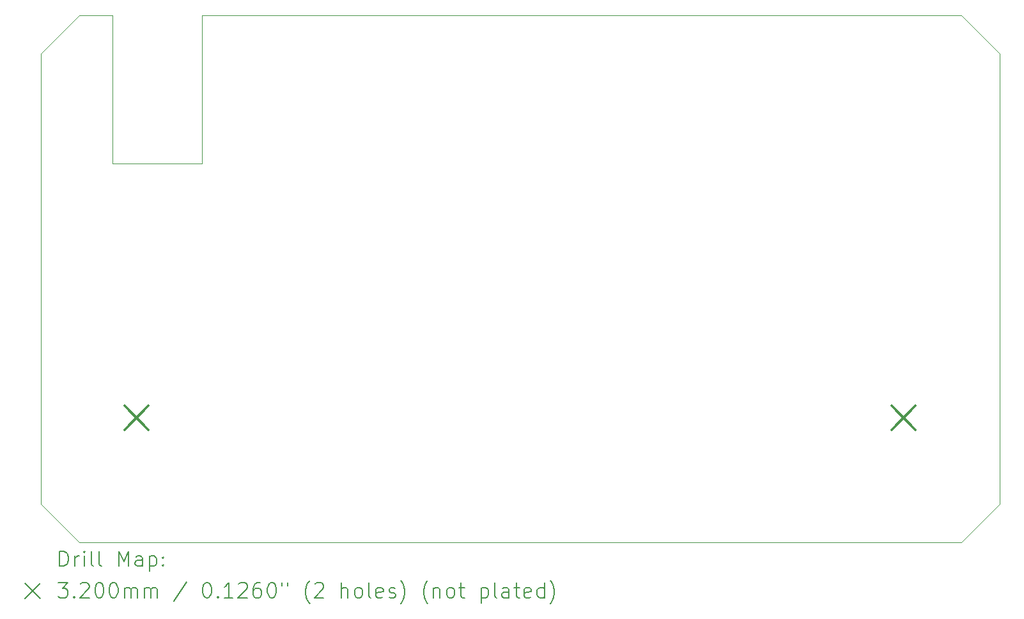
<source format=gbr>
%TF.GenerationSoftware,KiCad,Pcbnew,(6.0.9)*%
%TF.CreationDate,2022-12-06T16:11:31-05:00*%
%TF.ProjectId,rf_controller_hw,72665f63-6f6e-4747-926f-6c6c65725f68,rev?*%
%TF.SameCoordinates,Original*%
%TF.FileFunction,Drillmap*%
%TF.FilePolarity,Positive*%
%FSLAX45Y45*%
G04 Gerber Fmt 4.5, Leading zero omitted, Abs format (unit mm)*
G04 Created by KiCad (PCBNEW (6.0.9)) date 2022-12-06 16:11:31*
%MOMM*%
%LPD*%
G01*
G04 APERTURE LIST*
%ADD10C,0.100000*%
%ADD11C,0.200000*%
%ADD12C,0.320000*%
G04 APERTURE END LIST*
D10*
X9842500Y-6540500D02*
X11023600Y-6540500D01*
X11023600Y-4572000D01*
X21082000Y-4572000D01*
X21590000Y-5080000D01*
X21590000Y-11049000D01*
X21082000Y-11557000D01*
X9398000Y-11557000D01*
X8890000Y-11049000D01*
X8890000Y-5080000D01*
X9398000Y-4572000D01*
X9842500Y-4572000D01*
X9842500Y-6540500D01*
D11*
D12*
X10000000Y-9746000D02*
X10320000Y-10066000D01*
X10320000Y-9746000D02*
X10000000Y-10066000D01*
X20160000Y-9746000D02*
X20480000Y-10066000D01*
X20480000Y-9746000D02*
X20160000Y-10066000D01*
D11*
X9142619Y-11872476D02*
X9142619Y-11672476D01*
X9190238Y-11672476D01*
X9218810Y-11682000D01*
X9237857Y-11701048D01*
X9247381Y-11720095D01*
X9256905Y-11758190D01*
X9256905Y-11786762D01*
X9247381Y-11824857D01*
X9237857Y-11843905D01*
X9218810Y-11862952D01*
X9190238Y-11872476D01*
X9142619Y-11872476D01*
X9342619Y-11872476D02*
X9342619Y-11739143D01*
X9342619Y-11777238D02*
X9352143Y-11758190D01*
X9361667Y-11748667D01*
X9380714Y-11739143D01*
X9399762Y-11739143D01*
X9466429Y-11872476D02*
X9466429Y-11739143D01*
X9466429Y-11672476D02*
X9456905Y-11682000D01*
X9466429Y-11691524D01*
X9475952Y-11682000D01*
X9466429Y-11672476D01*
X9466429Y-11691524D01*
X9590238Y-11872476D02*
X9571190Y-11862952D01*
X9561667Y-11843905D01*
X9561667Y-11672476D01*
X9695000Y-11872476D02*
X9675952Y-11862952D01*
X9666429Y-11843905D01*
X9666429Y-11672476D01*
X9923571Y-11872476D02*
X9923571Y-11672476D01*
X9990238Y-11815333D01*
X10056905Y-11672476D01*
X10056905Y-11872476D01*
X10237857Y-11872476D02*
X10237857Y-11767714D01*
X10228333Y-11748667D01*
X10209286Y-11739143D01*
X10171190Y-11739143D01*
X10152143Y-11748667D01*
X10237857Y-11862952D02*
X10218810Y-11872476D01*
X10171190Y-11872476D01*
X10152143Y-11862952D01*
X10142619Y-11843905D01*
X10142619Y-11824857D01*
X10152143Y-11805809D01*
X10171190Y-11796286D01*
X10218810Y-11796286D01*
X10237857Y-11786762D01*
X10333095Y-11739143D02*
X10333095Y-11939143D01*
X10333095Y-11748667D02*
X10352143Y-11739143D01*
X10390238Y-11739143D01*
X10409286Y-11748667D01*
X10418810Y-11758190D01*
X10428333Y-11777238D01*
X10428333Y-11834381D01*
X10418810Y-11853428D01*
X10409286Y-11862952D01*
X10390238Y-11872476D01*
X10352143Y-11872476D01*
X10333095Y-11862952D01*
X10514048Y-11853428D02*
X10523571Y-11862952D01*
X10514048Y-11872476D01*
X10504524Y-11862952D01*
X10514048Y-11853428D01*
X10514048Y-11872476D01*
X10514048Y-11748667D02*
X10523571Y-11758190D01*
X10514048Y-11767714D01*
X10504524Y-11758190D01*
X10514048Y-11748667D01*
X10514048Y-11767714D01*
X8685000Y-12102000D02*
X8885000Y-12302000D01*
X8885000Y-12102000D02*
X8685000Y-12302000D01*
X9123571Y-12092476D02*
X9247381Y-12092476D01*
X9180714Y-12168667D01*
X9209286Y-12168667D01*
X9228333Y-12178190D01*
X9237857Y-12187714D01*
X9247381Y-12206762D01*
X9247381Y-12254381D01*
X9237857Y-12273428D01*
X9228333Y-12282952D01*
X9209286Y-12292476D01*
X9152143Y-12292476D01*
X9133095Y-12282952D01*
X9123571Y-12273428D01*
X9333095Y-12273428D02*
X9342619Y-12282952D01*
X9333095Y-12292476D01*
X9323571Y-12282952D01*
X9333095Y-12273428D01*
X9333095Y-12292476D01*
X9418810Y-12111524D02*
X9428333Y-12102000D01*
X9447381Y-12092476D01*
X9495000Y-12092476D01*
X9514048Y-12102000D01*
X9523571Y-12111524D01*
X9533095Y-12130571D01*
X9533095Y-12149619D01*
X9523571Y-12178190D01*
X9409286Y-12292476D01*
X9533095Y-12292476D01*
X9656905Y-12092476D02*
X9675952Y-12092476D01*
X9695000Y-12102000D01*
X9704524Y-12111524D01*
X9714048Y-12130571D01*
X9723571Y-12168667D01*
X9723571Y-12216286D01*
X9714048Y-12254381D01*
X9704524Y-12273428D01*
X9695000Y-12282952D01*
X9675952Y-12292476D01*
X9656905Y-12292476D01*
X9637857Y-12282952D01*
X9628333Y-12273428D01*
X9618810Y-12254381D01*
X9609286Y-12216286D01*
X9609286Y-12168667D01*
X9618810Y-12130571D01*
X9628333Y-12111524D01*
X9637857Y-12102000D01*
X9656905Y-12092476D01*
X9847381Y-12092476D02*
X9866429Y-12092476D01*
X9885476Y-12102000D01*
X9895000Y-12111524D01*
X9904524Y-12130571D01*
X9914048Y-12168667D01*
X9914048Y-12216286D01*
X9904524Y-12254381D01*
X9895000Y-12273428D01*
X9885476Y-12282952D01*
X9866429Y-12292476D01*
X9847381Y-12292476D01*
X9828333Y-12282952D01*
X9818810Y-12273428D01*
X9809286Y-12254381D01*
X9799762Y-12216286D01*
X9799762Y-12168667D01*
X9809286Y-12130571D01*
X9818810Y-12111524D01*
X9828333Y-12102000D01*
X9847381Y-12092476D01*
X9999762Y-12292476D02*
X9999762Y-12159143D01*
X9999762Y-12178190D02*
X10009286Y-12168667D01*
X10028333Y-12159143D01*
X10056905Y-12159143D01*
X10075952Y-12168667D01*
X10085476Y-12187714D01*
X10085476Y-12292476D01*
X10085476Y-12187714D02*
X10095000Y-12168667D01*
X10114048Y-12159143D01*
X10142619Y-12159143D01*
X10161667Y-12168667D01*
X10171190Y-12187714D01*
X10171190Y-12292476D01*
X10266429Y-12292476D02*
X10266429Y-12159143D01*
X10266429Y-12178190D02*
X10275952Y-12168667D01*
X10295000Y-12159143D01*
X10323571Y-12159143D01*
X10342619Y-12168667D01*
X10352143Y-12187714D01*
X10352143Y-12292476D01*
X10352143Y-12187714D02*
X10361667Y-12168667D01*
X10380714Y-12159143D01*
X10409286Y-12159143D01*
X10428333Y-12168667D01*
X10437857Y-12187714D01*
X10437857Y-12292476D01*
X10828333Y-12082952D02*
X10656905Y-12340095D01*
X11085476Y-12092476D02*
X11104524Y-12092476D01*
X11123571Y-12102000D01*
X11133095Y-12111524D01*
X11142619Y-12130571D01*
X11152143Y-12168667D01*
X11152143Y-12216286D01*
X11142619Y-12254381D01*
X11133095Y-12273428D01*
X11123571Y-12282952D01*
X11104524Y-12292476D01*
X11085476Y-12292476D01*
X11066429Y-12282952D01*
X11056905Y-12273428D01*
X11047381Y-12254381D01*
X11037857Y-12216286D01*
X11037857Y-12168667D01*
X11047381Y-12130571D01*
X11056905Y-12111524D01*
X11066429Y-12102000D01*
X11085476Y-12092476D01*
X11237857Y-12273428D02*
X11247381Y-12282952D01*
X11237857Y-12292476D01*
X11228333Y-12282952D01*
X11237857Y-12273428D01*
X11237857Y-12292476D01*
X11437857Y-12292476D02*
X11323571Y-12292476D01*
X11380714Y-12292476D02*
X11380714Y-12092476D01*
X11361667Y-12121048D01*
X11342619Y-12140095D01*
X11323571Y-12149619D01*
X11514048Y-12111524D02*
X11523571Y-12102000D01*
X11542619Y-12092476D01*
X11590238Y-12092476D01*
X11609286Y-12102000D01*
X11618809Y-12111524D01*
X11628333Y-12130571D01*
X11628333Y-12149619D01*
X11618809Y-12178190D01*
X11504524Y-12292476D01*
X11628333Y-12292476D01*
X11799762Y-12092476D02*
X11761667Y-12092476D01*
X11742619Y-12102000D01*
X11733095Y-12111524D01*
X11714048Y-12140095D01*
X11704524Y-12178190D01*
X11704524Y-12254381D01*
X11714048Y-12273428D01*
X11723571Y-12282952D01*
X11742619Y-12292476D01*
X11780714Y-12292476D01*
X11799762Y-12282952D01*
X11809286Y-12273428D01*
X11818809Y-12254381D01*
X11818809Y-12206762D01*
X11809286Y-12187714D01*
X11799762Y-12178190D01*
X11780714Y-12168667D01*
X11742619Y-12168667D01*
X11723571Y-12178190D01*
X11714048Y-12187714D01*
X11704524Y-12206762D01*
X11942619Y-12092476D02*
X11961667Y-12092476D01*
X11980714Y-12102000D01*
X11990238Y-12111524D01*
X11999762Y-12130571D01*
X12009286Y-12168667D01*
X12009286Y-12216286D01*
X11999762Y-12254381D01*
X11990238Y-12273428D01*
X11980714Y-12282952D01*
X11961667Y-12292476D01*
X11942619Y-12292476D01*
X11923571Y-12282952D01*
X11914048Y-12273428D01*
X11904524Y-12254381D01*
X11895000Y-12216286D01*
X11895000Y-12168667D01*
X11904524Y-12130571D01*
X11914048Y-12111524D01*
X11923571Y-12102000D01*
X11942619Y-12092476D01*
X12085476Y-12092476D02*
X12085476Y-12130571D01*
X12161667Y-12092476D02*
X12161667Y-12130571D01*
X12456905Y-12368667D02*
X12447381Y-12359143D01*
X12428333Y-12330571D01*
X12418809Y-12311524D01*
X12409286Y-12282952D01*
X12399762Y-12235333D01*
X12399762Y-12197238D01*
X12409286Y-12149619D01*
X12418809Y-12121048D01*
X12428333Y-12102000D01*
X12447381Y-12073428D01*
X12456905Y-12063905D01*
X12523571Y-12111524D02*
X12533095Y-12102000D01*
X12552143Y-12092476D01*
X12599762Y-12092476D01*
X12618809Y-12102000D01*
X12628333Y-12111524D01*
X12637857Y-12130571D01*
X12637857Y-12149619D01*
X12628333Y-12178190D01*
X12514048Y-12292476D01*
X12637857Y-12292476D01*
X12875952Y-12292476D02*
X12875952Y-12092476D01*
X12961667Y-12292476D02*
X12961667Y-12187714D01*
X12952143Y-12168667D01*
X12933095Y-12159143D01*
X12904524Y-12159143D01*
X12885476Y-12168667D01*
X12875952Y-12178190D01*
X13085476Y-12292476D02*
X13066428Y-12282952D01*
X13056905Y-12273428D01*
X13047381Y-12254381D01*
X13047381Y-12197238D01*
X13056905Y-12178190D01*
X13066428Y-12168667D01*
X13085476Y-12159143D01*
X13114048Y-12159143D01*
X13133095Y-12168667D01*
X13142619Y-12178190D01*
X13152143Y-12197238D01*
X13152143Y-12254381D01*
X13142619Y-12273428D01*
X13133095Y-12282952D01*
X13114048Y-12292476D01*
X13085476Y-12292476D01*
X13266428Y-12292476D02*
X13247381Y-12282952D01*
X13237857Y-12263905D01*
X13237857Y-12092476D01*
X13418809Y-12282952D02*
X13399762Y-12292476D01*
X13361667Y-12292476D01*
X13342619Y-12282952D01*
X13333095Y-12263905D01*
X13333095Y-12187714D01*
X13342619Y-12168667D01*
X13361667Y-12159143D01*
X13399762Y-12159143D01*
X13418809Y-12168667D01*
X13428333Y-12187714D01*
X13428333Y-12206762D01*
X13333095Y-12225809D01*
X13504524Y-12282952D02*
X13523571Y-12292476D01*
X13561667Y-12292476D01*
X13580714Y-12282952D01*
X13590238Y-12263905D01*
X13590238Y-12254381D01*
X13580714Y-12235333D01*
X13561667Y-12225809D01*
X13533095Y-12225809D01*
X13514048Y-12216286D01*
X13504524Y-12197238D01*
X13504524Y-12187714D01*
X13514048Y-12168667D01*
X13533095Y-12159143D01*
X13561667Y-12159143D01*
X13580714Y-12168667D01*
X13656905Y-12368667D02*
X13666428Y-12359143D01*
X13685476Y-12330571D01*
X13695000Y-12311524D01*
X13704524Y-12282952D01*
X13714048Y-12235333D01*
X13714048Y-12197238D01*
X13704524Y-12149619D01*
X13695000Y-12121048D01*
X13685476Y-12102000D01*
X13666428Y-12073428D01*
X13656905Y-12063905D01*
X14018809Y-12368667D02*
X14009286Y-12359143D01*
X13990238Y-12330571D01*
X13980714Y-12311524D01*
X13971190Y-12282952D01*
X13961667Y-12235333D01*
X13961667Y-12197238D01*
X13971190Y-12149619D01*
X13980714Y-12121048D01*
X13990238Y-12102000D01*
X14009286Y-12073428D01*
X14018809Y-12063905D01*
X14095000Y-12159143D02*
X14095000Y-12292476D01*
X14095000Y-12178190D02*
X14104524Y-12168667D01*
X14123571Y-12159143D01*
X14152143Y-12159143D01*
X14171190Y-12168667D01*
X14180714Y-12187714D01*
X14180714Y-12292476D01*
X14304524Y-12292476D02*
X14285476Y-12282952D01*
X14275952Y-12273428D01*
X14266428Y-12254381D01*
X14266428Y-12197238D01*
X14275952Y-12178190D01*
X14285476Y-12168667D01*
X14304524Y-12159143D01*
X14333095Y-12159143D01*
X14352143Y-12168667D01*
X14361667Y-12178190D01*
X14371190Y-12197238D01*
X14371190Y-12254381D01*
X14361667Y-12273428D01*
X14352143Y-12282952D01*
X14333095Y-12292476D01*
X14304524Y-12292476D01*
X14428333Y-12159143D02*
X14504524Y-12159143D01*
X14456905Y-12092476D02*
X14456905Y-12263905D01*
X14466428Y-12282952D01*
X14485476Y-12292476D01*
X14504524Y-12292476D01*
X14723571Y-12159143D02*
X14723571Y-12359143D01*
X14723571Y-12168667D02*
X14742619Y-12159143D01*
X14780714Y-12159143D01*
X14799762Y-12168667D01*
X14809286Y-12178190D01*
X14818809Y-12197238D01*
X14818809Y-12254381D01*
X14809286Y-12273428D01*
X14799762Y-12282952D01*
X14780714Y-12292476D01*
X14742619Y-12292476D01*
X14723571Y-12282952D01*
X14933095Y-12292476D02*
X14914048Y-12282952D01*
X14904524Y-12263905D01*
X14904524Y-12092476D01*
X15095000Y-12292476D02*
X15095000Y-12187714D01*
X15085476Y-12168667D01*
X15066428Y-12159143D01*
X15028333Y-12159143D01*
X15009286Y-12168667D01*
X15095000Y-12282952D02*
X15075952Y-12292476D01*
X15028333Y-12292476D01*
X15009286Y-12282952D01*
X14999762Y-12263905D01*
X14999762Y-12244857D01*
X15009286Y-12225809D01*
X15028333Y-12216286D01*
X15075952Y-12216286D01*
X15095000Y-12206762D01*
X15161667Y-12159143D02*
X15237857Y-12159143D01*
X15190238Y-12092476D02*
X15190238Y-12263905D01*
X15199762Y-12282952D01*
X15218809Y-12292476D01*
X15237857Y-12292476D01*
X15380714Y-12282952D02*
X15361667Y-12292476D01*
X15323571Y-12292476D01*
X15304524Y-12282952D01*
X15295000Y-12263905D01*
X15295000Y-12187714D01*
X15304524Y-12168667D01*
X15323571Y-12159143D01*
X15361667Y-12159143D01*
X15380714Y-12168667D01*
X15390238Y-12187714D01*
X15390238Y-12206762D01*
X15295000Y-12225809D01*
X15561667Y-12292476D02*
X15561667Y-12092476D01*
X15561667Y-12282952D02*
X15542619Y-12292476D01*
X15504524Y-12292476D01*
X15485476Y-12282952D01*
X15475952Y-12273428D01*
X15466428Y-12254381D01*
X15466428Y-12197238D01*
X15475952Y-12178190D01*
X15485476Y-12168667D01*
X15504524Y-12159143D01*
X15542619Y-12159143D01*
X15561667Y-12168667D01*
X15637857Y-12368667D02*
X15647381Y-12359143D01*
X15666428Y-12330571D01*
X15675952Y-12311524D01*
X15685476Y-12282952D01*
X15695000Y-12235333D01*
X15695000Y-12197238D01*
X15685476Y-12149619D01*
X15675952Y-12121048D01*
X15666428Y-12102000D01*
X15647381Y-12073428D01*
X15637857Y-12063905D01*
M02*

</source>
